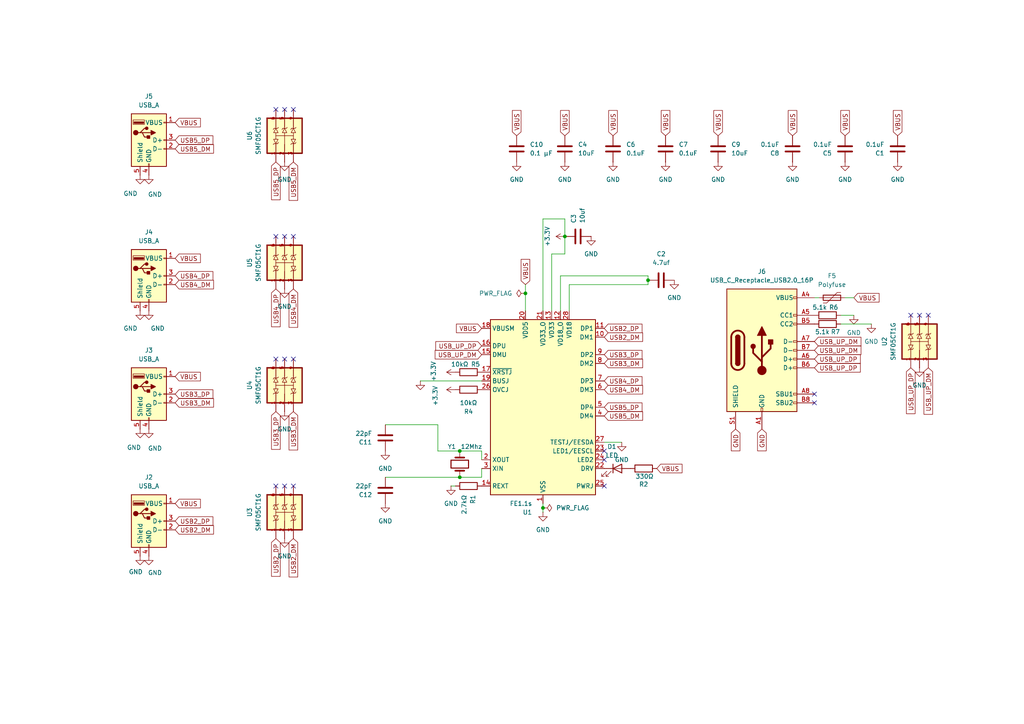
<source format=kicad_sch>
(kicad_sch (version 20250114) (generator "eeschema") (generator_version "9.0")
  (paper "A4")
  (lib_symbols
    (symbol "Connector:USB_A" (pin_names (offset 1.016))
      (property "Reference" "J" (at -5.08 11.43 0))
      (property "Value" "USB_A" (at -5.08 8.89 0))
      (symbol "USB_A_0_1"
        (rectangle (start -5.08 -7.62) (end 5.08 7.62) (stroke (width 0.254)) (fill (type background)))
        (circle (center -3.81 2.159) (radius 0.635) (stroke (width 0.254)) (fill (type outline)))
        (polyline (pts (xy -3.175 2.159) (xy -2.54 2.159) (xy -1.27 3.429) (xy -0.635 3.429)) (stroke (width 0.254)))
        (polyline (pts (xy -2.54 2.159) (xy -1.905 2.159) (xy -1.27 0.889) (xy 0 0.889)) (stroke (width 0.254)))
        (rectangle (start -1.524 4.826) (end -4.318 5.334) (fill (type outline)))
        (rectangle (start -1.27 4.572) (end -4.572 5.842))
        (circle (center -0.635 3.429) (radius 0.381) (stroke (width 0.254)) (fill (type outline)))
        (rectangle (start -0.127 -7.62) (end 0.127 -6.858))
        (rectangle (start 0.254 1.27) (end -0.508 0.508) (stroke (width 0.254)) (fill (type outline)))
        (polyline (pts (xy 0.635 2.794) (xy 0.635 1.524) (xy 1.905 2.159) (xy 0.635 2.794)) (stroke (width 0.254)) (fill (type outline)))
        (rectangle (start 5.08 4.953) (end 4.318 5.207))
        (rectangle (start 5.08 -0.127) (end 4.318 0.127))
        (rectangle (start 5.08 -2.667) (end 4.318 -2.413))
      )
      (symbol "USB_A_1_1"
        (polyline (pts (xy -1.905 2.159) (xy 0.635 2.159)) (stroke (width 0.254)))
        (pin passive line (at -2.54 -10.16 90) (length 2.54) (name "Shield") (number "5"))
        (pin power_in line (at 0 -10.16 90) (length 2.54) (name "GND") (number "4"))
        (pin power_in line (at 7.62 5.08 180) (length 2.54) (name "VBUS") (number "1"))
        (pin bidirectional line (at 7.62 0 180) (length 2.54) (name "D+") (number "3"))
        (pin bidirectional line (at 7.62 -2.54 180) (length 2.54) (name "D-") (number "2"))
      )
    )
    (symbol "Connector:USB_C_Receptacle_USB2.0_16P" (pin_names (offset 1.016))
      (property "Reference" "J" (at 0 22.225 0))
      (property "Value" "USB_C_Receptacle_USB2.0_16P" (at 0 19.685 0))
      (symbol "USB_C_Receptacle_USB2.0_16P_0_0"
        (rectangle (start -0.254 -17.78) (end 0.254 -16.764))
        (rectangle (start 10.16 15.494) (end 9.144 14.986))
        (rectangle (start 10.16 10.414) (end 9.144 9.906))
        (rectangle (start 10.16 7.874) (end 9.144 7.366))
        (rectangle (start 10.16 2.794) (end 9.144 2.286))
        (rectangle (start 10.16 0.254) (end 9.144 -0.254))
        (rectangle (start 10.16 -2.286) (end 9.144 -2.794))
        (rectangle (start 10.16 -4.826) (end 9.144 -5.334))
        (rectangle (start 10.16 -12.446) (end 9.144 -12.954))
        (rectangle (start 10.16 -14.986) (end 9.144 -15.494))
      )
      (symbol "USB_C_Receptacle_USB2.0_16P_0_1"
        (rectangle (start -10.16 17.78) (end 10.16 -17.78) (stroke (width 0.254)) (fill (type background)))
        (polyline (pts (xy -8.89 -3.81) (xy -8.89 3.81)) (stroke (width 0.508)))
        (rectangle (start -7.62 -3.81) (end -6.35 3.81) (stroke (width 0.254)) (fill (type outline)))
        (arc (start -7.62 3.81) (mid -6.985 4.4423) (end -6.35 3.81) (stroke (width 0.254)))
        (arc (start -7.62 3.81) (mid -6.985 4.4423) (end -6.35 3.81) (stroke (width 0.254)) (fill (type outline)))
        (arc (start -8.89 3.81) (mid -6.985 5.7067) (end -5.08 3.81) (stroke (width 0.508)))
        (arc (start -5.08 -3.81) (mid -6.985 -5.7067) (end -8.89 -3.81) (stroke (width 0.508)))
        (arc (start -6.35 -3.81) (mid -6.985 -4.4423) (end -7.62 -3.81) (stroke (width 0.254)))
        (arc (start -6.35 -3.81) (mid -6.985 -4.4423) (end -7.62 -3.81) (stroke (width 0.254)) (fill (type outline)))
        (polyline (pts (xy -5.08 3.81) (xy -5.08 -3.81)) (stroke (width 0.508)))
        (circle (center -2.54 1.143) (radius 0.635) (stroke (width 0.254)) (fill (type outline)))
        (polyline (pts (xy -1.27 4.318) (xy 0 6.858) (xy 1.27 4.318) (xy -1.27 4.318)) (stroke (width 0.254)) (fill (type outline)))
        (polyline (pts (xy 0 -2.032) (xy 2.54 0.508) (xy 2.54 1.778)) (stroke (width 0.508)))
        (polyline (pts (xy 0 -3.302) (xy -2.54 -0.762) (xy -2.54 0.508)) (stroke (width 0.508)))
        (polyline (pts (xy 0 -5.842) (xy 0 4.318)) (stroke (width 0.508)))
        (circle (center 0 -5.842) (radius 1.27) (fill (type outline)))
        (rectangle (start 1.905 1.778) (end 3.175 3.048) (stroke (width 0.254)) (fill (type outline)))
      )
      (symbol "USB_C_Receptacle_USB2.0_16P_1_1"
        (pin passive line (at -7.62 -22.86 90) (length 5.08) (name "SHIELD") (number "S1"))
        (pin passive line (at 0 -22.86 90) (length 5.08) (name "GND") (number "A1"))
        (pin passive line (at 0 -22.86 90) (length 5.08) (hide yes) (name "GND") (number "A12"))
        (pin passive line (at 0 -22.86 90) (length 5.08) (hide yes) (name "GND") (number "B1"))
        (pin passive line (at 0 -22.86 90) (length 5.08) (hide yes) (name "GND") (number "B12"))
        (pin passive line (at 15.24 15.24 180) (length 5.08) (name "VBUS") (number "A4"))
        (pin passive line (at 15.24 15.24 180) (length 5.08) (hide yes) (name "VBUS") (number "A9"))
        (pin passive line (at 15.24 15.24 180) (length 5.08) (hide yes) (name "VBUS") (number "B4"))
        (pin passive line (at 15.24 15.24 180) (length 5.08) (hide yes) (name "VBUS") (number "B9"))
        (pin bidirectional line (at 15.24 10.16 180) (length 5.08) (name "CC1") (number "A5"))
        (pin bidirectional line (at 15.24 7.62 180) (length 5.08) (name "CC2") (number "B5"))
        (pin bidirectional line (at 15.24 2.54 180) (length 5.08) (name "D-") (number "A7"))
        (pin bidirectional line (at 15.24 0 180) (length 5.08) (name "D-") (number "B7"))
        (pin bidirectional line (at 15.24 -2.54 180) (length 5.08) (name "D+") (number "A6"))
        (pin bidirectional line (at 15.24 -5.08 180) (length 5.08) (name "D+") (number "B6"))
        (pin bidirectional line (at 15.24 -12.7 180) (length 5.08) (name "SBU1") (number "A8"))
        (pin bidirectional line (at 15.24 -15.24 180) (length 5.08) (name "SBU2") (number "B8"))
      )
    )
    (symbol "Device:C" (pin_numbers (hide yes)) (pin_names (offset 0.254))
      (property "Reference" "C" (at 0.635 2.54 0))
      (property "Value" "C" (at 0.635 -2.54 0))
      (symbol "C_0_1"
        (polyline (pts (xy -2.032 0.762) (xy 2.032 0.762)) (stroke (width 0.508)))
        (polyline (pts (xy -2.032 -0.762) (xy 2.032 -0.762)) (stroke (width 0.508)))
      )
      (symbol "C_1_1"
        (pin passive line (at 0 3.81 270) (length 2.794) (name "~") (number "1"))
        (pin passive line (at 0 -3.81 90) (length 2.794) (name "~") (number "2"))
      )
    )
    (symbol "Device:Crystal" (pin_numbers (hide yes)) (pin_names (offset 1.016) (hide yes))
      (property "Reference" "Y" (at 0 3.81 0))
      (property "Value" "Crystal" (at 0 -3.81 0))
      (symbol "Crystal_0_1"
        (polyline (pts (xy -2.54 0) (xy -1.905 0)))
        (polyline (pts (xy -1.905 -1.27) (xy -1.905 1.27)) (stroke (width 0.508)))
        (rectangle (start -1.143 2.54) (end 1.143 -2.54) (stroke (width 0.3048)))
        (polyline (pts (xy 1.905 -1.27) (xy 1.905 1.27)) (stroke (width 0.508)))
        (polyline (pts (xy 2.54 0) (xy 1.905 0)))
      )
      (symbol "Crystal_1_1"
        (pin passive line (at -3.81 0 0) (length 1.27) (name "1") (number "1"))
        (pin passive line (at 3.81 0 180) (length 1.27) (name "2") (number "2"))
      )
    )
    (symbol "Device:LED" (pin_numbers (hide yes)) (pin_names (offset 1.016) (hide yes))
      (property "Reference" "D" (at 0 2.54 0))
      (property "Value" "LED" (at 0 -2.54 0))
      (symbol "LED_0_1"
        (polyline (pts (xy -3.048 -0.762) (xy -4.572 -2.286) (xy -3.81 -2.286) (xy -4.572 -2.286) (xy -4.572 -1.524)))
        (polyline (pts (xy -1.778 -0.762) (xy -3.302 -2.286) (xy -2.54 -2.286) (xy -3.302 -2.286) (xy -3.302 -1.524)))
        (polyline (pts (xy -1.27 0) (xy 1.27 0)))
        (polyline (pts (xy -1.27 -1.27) (xy -1.27 1.27)) (stroke (width 0.254)))
        (polyline (pts (xy 1.27 -1.27) (xy 1.27 1.27) (xy -1.27 0) (xy 1.27 -1.27)) (stroke (width 0.254)))
      )
      (symbol "LED_1_1"
        (pin passive line (at -3.81 0 0) (length 2.54) (name "K") (number "1"))
        (pin passive line (at 3.81 0 180) (length 2.54) (name "A") (number "2"))
      )
    )
    (symbol "Device:Polyfuse" (pin_numbers (hide yes)) (pin_names (offset 0))
      (property "Reference" "F" (at -2.54 0 90))
      (property "Value" "Polyfuse" (at 2.54 0 90))
      (symbol "Polyfuse_0_1"
        (polyline (pts (xy -1.524 2.54) (xy -1.524 1.524) (xy 1.524 -1.524) (xy 1.524 -2.54)))
        (rectangle (start -0.762 2.54) (end 0.762 -2.54) (stroke (width 0.254)))
        (polyline (pts (xy 0 2.54) (xy 0 -2.54)))
      )
      (symbol "Polyfuse_1_1"
        (pin passive line (at 0 3.81 270) (length 1.27) (name "~") (number "1"))
        (pin passive line (at 0 -3.81 90) (length 1.27) (name "~") (number "2"))
      )
    )
    (symbol "Device:R" (pin_numbers (hide yes)) (pin_names (offset 0))
      (property "Reference" "R" (at 2.032 0 90))
      (property "Value" "R" (at 0 0 90))
      (symbol "R_0_1"
        (rectangle (start -1.016 -2.54) (end 1.016 2.54) (stroke (width 0.254)))
      )
      (symbol "R_1_1"
        (pin passive line (at 0 3.81 270) (length 1.27) (name "~") (number "1"))
        (pin passive line (at 0 -3.81 90) (length 1.27) (name "~") (number "2"))
      )
    )
    (symbol "Interface_USB:FE1.1s"
      (property "Reference" "U" (at -11.43 26.67 0))
      (property "Value" "FE1.1s" (at 12.7 27.94 0))
      (symbol "FE1.1s_0_1"
        (rectangle (start -15.24 25.4) (end 15.24 -25.4) (stroke (width 0.254)) (fill (type background)))
      )
      (symbol "FE1.1s_1_1"
        (pin input line (at -17.78 22.86 0) (length 2.54) (name "VBUSM") (number "18"))
        (pin bidirectional line (at -17.78 17.78 0) (length 2.54) (name "DPU") (number "16"))
        (pin bidirectional line (at -17.78 15.24 0) (length 2.54) (name "DMU") (number "15"))
        (pin input line (at -17.78 10.16 0) (length 2.54) (name "~{XRSTJ}") (number "17"))
        (pin input line (at -17.78 7.62 0) (length 2.54) (name "BUSJ") (number "19"))
        (pin input line (at -17.78 5.08 0) (length 2.54) (name "OVCJ") (number "26"))
        (pin output line (at -17.78 -15.24 0) (length 2.54) (name "XOUT") (number "2"))
        (pin input line (at -17.78 -17.78 0) (length 2.54) (name "XIN") (number "3"))
        (pin passive line (at -17.78 -22.86 0) (length 2.54) (name "REXT") (number "14"))
        (pin power_in line (at -5.08 27.94 270) (length 2.54) (name "VDD5") (number "20"))
        (pin power_out line (at 0 27.94 270) (length 2.54) (name "VD33_O") (number "21"))
        (pin power_in line (at 0 -27.94 90) (length 2.54) (name "VSS") (number "1"))
        (pin power_in line (at 2.54 27.94 270) (length 2.54) (name "VD33") (number "13"))
        (pin power_out line (at 5.08 27.94 270) (length 2.54) (name "VD18_O") (number "12"))
        (pin power_in line (at 7.62 27.94 270) (length 2.54) (name "VD18") (number "28"))
        (pin bidirectional line (at 17.78 22.86 180) (length 2.54) (name "DP1") (number "11"))
        (pin bidirectional line (at 17.78 20.32 180) (length 2.54) (name "DM1") (number "10"))
        (pin bidirectional line (at 17.78 15.24 180) (length 2.54) (name "DP2") (number "9"))
        (pin bidirectional line (at 17.78 12.7 180) (length 2.54) (name "DM2") (number "8"))
        (pin bidirectional line (at 17.78 7.62 180) (length 2.54) (name "DP3") (number "7"))
        (pin bidirectional line (at 17.78 5.08 180) (length 2.54) (name "DM3") (number "6"))
        (pin bidirectional line (at 17.78 0 180) (length 2.54) (name "DP4") (number "5"))
        (pin bidirectional line (at 17.78 -2.54 180) (length 2.54) (name "DM4") (number "4"))
        (pin bidirectional line (at 17.78 -10.16 180) (length 2.54) (name "TESTJ/EESDA") (number "27"))
        (pin bidirectional line (at 17.78 -12.7 180) (length 2.54) (name "LED1/EESCL") (number "23"))
        (pin bidirectional line (at 17.78 -15.24 180) (length 2.54) (name "LED2") (number "24"))
        (pin bidirectional line (at 17.78 -17.78 180) (length 2.54) (name "DRV") (number "22"))
        (pin output line (at 17.78 -22.86 180) (length 2.54) (name "PWRJ") (number "25"))
      )
    )
    (symbol "SMF05C:SMF05CT1G" (pin_names (offset 1.016))
      (property "Reference" "U" (at -5.1114 6.0907 0))
      (property "Value" "SMF05CT1G" (at -5.1118 -9.0963 0))
      (symbol "SMF05CT1G_0_0"
        (rectangle (start -5.08 -5.08) (end 5.08 5.08) (stroke (width 0.41)) (fill (type background)))
        (polyline (pts (xy -2.54 3.302) (xy -2.286 3.048)) (stroke (width 0.1524)))
        (polyline (pts (xy -2.54 -1.778) (xy -2.286 -2.032)) (stroke (width 0.1524)))
        (polyline (pts (xy -2.286 3.048) (xy -2.286 2.54)) (stroke (width 0.1524)))
        (polyline (pts (xy -2.286 2.54) (xy -2.54 2.54)) (stroke (width 0.1524)))
        (polyline (pts (xy -2.286 2.54) (xy -2.286 2.032)) (stroke (width 0.1524)))
        (polyline (pts (xy -2.286 2.54) (xy -1.016 1.905)) (stroke (width 0.1524)))
        (polyline (pts (xy -2.286 2.032) (xy -1.905 1.778)) (stroke (width 0.1524)))
        (polyline (pts (xy -2.286 -2.032) (xy -2.286 -2.54)) (stroke (width 0.1524)))
        (polyline (pts (xy -2.286 -2.54) (xy -2.54 -2.54)) (stroke (width 0.1524)))
        (polyline (pts (xy -2.286 -2.54) (xy -2.286 -3.048)) (stroke (width 0.1524)))
        (polyline (pts (xy -2.286 -2.54) (xy -1.016 -3.175)) (stroke (width 0.1524)))
        (polyline (pts (xy -2.286 -3.048) (xy -1.905 -3.302)) (stroke (width 0.1524)))
        (polyline (pts (xy -1.016 3.175) (xy -2.286 2.54)) (stroke (width 0.1524)))
        (polyline (pts (xy -1.016 2.54) (xy -1.016 3.175)) (stroke (width 0.1524)))
        (polyline (pts (xy -1.016 2.54) (xy 0 2.54)) (stroke (width 0.1524)))
        (polyline (pts (xy -1.016 1.905) (xy -1.016 2.54)) (stroke (width 0.1524)))
        (polyline (pts (xy -1.016 -1.905) (xy -2.286 -2.54)) (stroke (width 0.1524)))
        (polyline (pts (xy -1.016 -2.54) (xy -1.016 -1.905)) (stroke (width 0.1524)))
        (polyline (pts (xy -1.016 -2.54) (xy 0 -2.54)) (stroke (width 0.1524)))
        (polyline (pts (xy -1.016 -3.175) (xy -1.016 -2.54)) (stroke (width 0.1524)))
        (polyline (pts (xy 0 2.54) (xy 0 0)) (stroke (width 0.1524)))
        (polyline (pts (xy 0 2.54) (xy 0.762 2.54)) (stroke (width 0.1524)))
        (polyline (pts (xy 0 0) (xy -2.54 0)) (stroke (width 0.1524)))
        (polyline (pts (xy 0 0) (xy 0 -2.54)) (stroke (width 0.1524)))
        (polyline (pts (xy 0 -2.54) (xy 0.762 -2.54)) (stroke (width 0.1524)))
        (polyline (pts (xy 0.762 0) (xy 0 0)) (stroke (width 0.1524)))
        (polyline (pts (xy 0.889 3.175) (xy 0.889 1.905)) (stroke (width 0.1524)))
        (polyline (pts (xy 0.889 1.905) (xy 2.159 2.54)) (stroke (width 0.1524)))
        (polyline (pts (xy 0.889 0.635) (xy 0.889 -0.635)) (stroke (width 0.1524)))
        (polyline (pts (xy 0.889 -0.635) (xy 2.159 0)) (stroke (width 0.1524)))
        (polyline (pts (xy 0.889 -1.905) (xy 0.889 -3.175)) (stroke (width 0.1524)))
        (polyline (pts (xy 0.889 -3.175) (xy 2.159 -2.54)) (stroke (width 0.1524)))
        (polyline (pts (xy 2.032 2.54) (xy 2.54 2.54)) (stroke (width 0.1524)))
        (polyline (pts (xy 2.032 -2.54) (xy 2.54 -2.54)) (stroke (width 0.1524)))
        (polyline (pts (xy 2.159 3.048) (xy 1.778 3.302)) (stroke (width 0.1524)))
        (polyline (pts (xy 2.159 2.54) (xy 0.889 3.175)) (stroke (width 0.1524)))
        (polyline (pts (xy 2.159 2.032) (xy 2.159 3.048)) (stroke (width 0.1524)))
        (polyline (pts (xy 2.159 0.508) (xy 1.778 0.762)) (stroke (width 0.1524)))
        (polyline (pts (xy 2.159 0) (xy 0.889 0.635)) (stroke (width 0.1524)))
        (polyline (pts (xy 2.159 -0.508) (xy 2.159 0.508)) (stroke (width 0.1524)))
        (polyline (pts (xy 2.159 -2.032) (xy 1.778 -1.778)) (stroke (width 0.1524)))
        (polyline (pts (xy 2.159 -2.54) (xy 0.889 -1.905)) (stroke (width 0.1524)))
        (polyline (pts (xy 2.159 -3.048) (xy 2.159 -2.032)) (stroke (width 0.1524)))
        (polyline (pts (xy 2.286 0) (xy 2.54 0)) (stroke (width 0.1524)))
        (polyline (pts (xy 2.413 1.778) (xy 2.159 2.032)) (stroke (width 0.1524)))
        (polyline (pts (xy 2.413 -0.762) (xy 2.159 -0.508)) (stroke (width 0.1524)))
        (polyline (pts (xy 2.413 -3.302) (xy 2.159 -3.048)) (stroke (width 0.1524)))
        (pin passive line (at -7.62 2.54 0) (length 5.08) (name "~") (number "1"))
        (pin passive line (at -7.62 0 0) (length 5.08) (name "~") (number "2"))
        (pin passive line (at -7.62 -2.54 0) (length 5.08) (name "~") (number "3"))
        (pin passive line (at 7.62 2.54 180) (length 5.08) (name "~") (number "6"))
        (pin passive line (at 7.62 0 180) (length 5.08) (name "~") (number "5"))
        (pin passive line (at 7.62 -2.54 180) (length 5.08) (name "~") (number "4"))
      )
    )
    (symbol "power:+3.3V" (power) (pin_numbers (hide yes)) (pin_names (offset 0) (hide yes))
      (property "Value" "+3.3V" (at 0 3.556 0))
      (symbol "+3.3V_0_1"
        (polyline (pts (xy -0.762 1.27) (xy 0 2.54)))
        (polyline (pts (xy 0 2.54) (xy 0.762 1.27)))
        (polyline (pts (xy 0 0) (xy 0 2.54)))
      )
      (symbol "+3.3V_1_1"
        (pin power_in line (at 0 0 90) (length 0) (name "~") (number "1"))
      )
    )
    (symbol "power:GND" (power) (pin_numbers (hide yes)) (pin_names (offset 0) (hide yes))
      (property "Value" "GND" (at 0 -3.81 0))
      (symbol "GND_0_1"
        (polyline (pts (xy 0 0) (xy 0 -1.27) (xy 1.27 -1.27) (xy 0 -2.54) (xy -1.27 -1.27) (xy 0 -1.27)))
      )
      (symbol "GND_1_1"
        (pin power_in line (at 0 0 270) (length 0) (name "~") (number "1"))
      )
    )
    (symbol "power:PWR_FLAG" (power) (pin_numbers (hide yes)) (pin_names (offset 0) (hide yes))
      (property "Value" "PWR_FLAG" (at 0 3.81 0))
      (symbol "PWR_FLAG_0_0"
        (pin power_out line (at 0 0 90) (length 0) (name "~") (number "1"))
      )
      (symbol "PWR_FLAG_0_1"
        (polyline (pts (xy 0 0) (xy 0 1.27) (xy -1.016 1.905) (xy 0 2.54) (xy 1.016 1.905) (xy 0 1.27)))
      )
    )
  )
  (junction (at 133.35 138.43))
  (junction (at 152.4 85.09))
  (junction (at 187.96 81.28))
  (junction (at 163.83 68.58))
  (junction (at 157.48 147.32))
  (junction (at 133.35 130.81))
  (no_connect (at 175.26 130.81))
  (no_connect (at 266.7 91.44))
  (no_connect (at 82.55 31.75))
  (no_connect (at 82.55 68.58))
  (no_connect (at 236.22 114.3))
  (no_connect (at 175.26 133.35))
  (no_connect (at 175.26 140.97))
  (no_connect (at 80.01 31.75))
  (no_connect (at 236.22 116.84))
  (no_connect (at 85.09 31.75))
  (no_connect (at 269.24 91.44))
  (no_connect (at 85.09 104.14))
  (no_connect (at 85.09 140.97))
  (no_connect (at 80.01 104.14))
  (no_connect (at 82.55 140.97))
  (no_connect (at 264.16 91.44))
  (no_connect (at 80.01 140.97))
  (no_connect (at 80.01 68.58))
  (no_connect (at 82.55 104.14))
  (no_connect (at 85.09 68.58))
  (wire (pts (xy 187.96 82.55) (xy 165.1 82.55)))
  (wire (pts (xy 111.76 123.19) (xy 127 123.19)))
  (wire (pts (xy 162.56 80.01) (xy 187.96 80.01)))
  (wire (pts (xy 139.7 135.89) (xy 139.7 138.43)))
  (wire (pts (xy 139.7 130.81) (xy 133.35 130.81)))
  (wire (pts (xy 243.84 91.44) (xy 247.65 91.44)))
  (wire (pts (xy 157.48 90.17) (xy 157.48 63.5)))
  (wire (pts (xy 152.4 82.55) (xy 152.4 85.09)))
  (wire (pts (xy 175.26 128.27) (xy 180.34 128.27)))
  (wire (pts (xy 152.4 85.09) (xy 152.4 90.17)))
  (wire (pts (xy 162.56 90.17) (xy 162.56 80.01)))
  (wire (pts (xy 163.83 68.58) (xy 163.83 73.66)))
  (wire (pts (xy 165.1 82.55) (xy 165.1 90.17)))
  (wire (pts (xy 163.83 63.5) (xy 163.83 68.58)))
  (wire (pts (xy 160.02 73.66) (xy 160.02 90.17)))
  (wire (pts (xy 157.48 147.32) (xy 157.48 146.05)))
  (wire (pts (xy 121.92 110.49) (xy 139.7 110.49)))
  (wire (pts (xy 187.96 80.01) (xy 187.96 81.28)))
  (wire (pts (xy 111.76 138.43) (xy 133.35 138.43)))
  (wire (pts (xy 243.84 93.98) (xy 252.73 93.98)))
  (wire (pts (xy 139.7 133.35) (xy 139.7 130.81)))
  (wire (pts (xy 130.81 140.97) (xy 132.08 140.97)))
  (wire (pts (xy 187.96 81.28) (xy 187.96 82.55)))
  (wire (pts (xy 127 123.19) (xy 127 130.81)))
  (wire (pts (xy 157.48 63.5) (xy 163.83 63.5)))
  (wire (pts (xy 157.48 148.59) (xy 157.48 147.32)))
  (wire (pts (xy 247.65 86.36) (xy 245.11 86.36)))
  (wire (pts (xy 237.49 86.36) (xy 236.22 86.36)))
  (wire (pts (xy 163.83 73.66) (xy 160.02 73.66)))
  (wire (pts (xy 139.7 138.43) (xy 133.35 138.43)))
  (wire (pts (xy 127 130.81) (xy 133.35 130.81)))
  (global_label "VBUS" (shape input) (at 50.8 74.93 0) (property "Intersheetrefs" "${INTERSHEET_REFS}" (effects (hide yes))))
  (global_label "VBUS" (shape input) (at 245.11 39.37 90) (property "Intersheetrefs" "${INTERSHEET_REFS}" (effects (hide yes))))
  (global_label "USB4_DP" (shape input) (at 50.8 80.01 0) (property "Intersheetrefs" "${INTERSHEET_REFS}" (effects (hide yes))))
  (global_label "USB2_DM" (shape input) (at 175.26 97.79 0) (property "Intersheetrefs" "${INTERSHEET_REFS}" (effects (hide yes))))
  (global_label "USB_UP_DP" (shape input) (at 236.22 106.68 0) (property "Intersheetrefs" "${INTERSHEET_REFS}" (effects (hide yes))))
  (global_label "USB3_DP" (shape input) (at 80.01 119.38 270) (property "Intersheetrefs" "${INTERSHEET_REFS}" (effects (hide yes))))
  (global_label "USB3_DP" (shape input) (at 175.26 102.87 0) (property "Intersheetrefs" "${INTERSHEET_REFS}" (effects (hide yes))))
  (global_label "USB2_DP" (shape input) (at 80.01 156.21 270) (property "Intersheetrefs" "${INTERSHEET_REFS}" (effects (hide yes))))
  (global_label "USB4_DP" (shape input) (at 175.26 110.49 0) (property "Intersheetrefs" "${INTERSHEET_REFS}" (effects (hide yes))))
  (global_label "VBUS" (shape input) (at 163.83 39.37 90) (property "Intersheetrefs" "${INTERSHEET_REFS}" (effects (hide yes))))
  (global_label "USB3_DM" (shape input) (at 50.8 116.84 0) (property "Intersheetrefs" "${INTERSHEET_REFS}" (effects (hide yes))))
  (global_label "USB3_DM" (shape input) (at 175.26 105.41 0) (property "Intersheetrefs" "${INTERSHEET_REFS}" (effects (hide yes))))
  (global_label "GND" (shape input) (at 213.36 124.46 270) (property "Intersheetrefs" "${INTERSHEET_REFS}" (effects (hide yes))))
  (global_label "USB4_DM" (shape input) (at 50.8 82.55 0) (property "Intersheetrefs" "${INTERSHEET_REFS}" (effects (hide yes))))
  (global_label "USB5_DM" (shape input) (at 50.8 43.18 0) (property "Intersheetrefs" "${INTERSHEET_REFS}" (effects (hide yes))))
  (global_label "USB_UP_DM" (shape input) (at 269.24 106.68 270) (property "Intersheetrefs" "${INTERSHEET_REFS}" (effects (hide yes))))
  (global_label "VBUS" (shape input) (at 193.04 39.37 90) (property "Intersheetrefs" "${INTERSHEET_REFS}" (effects (hide yes))))
  (global_label "VBUS" (shape input) (at 50.8 146.05 0) (property "Intersheetrefs" "${INTERSHEET_REFS}" (effects (hide yes))))
  (global_label "USB_UP_DP" (shape input) (at 139.7 100.33 180) (property "Intersheetrefs" "${INTERSHEET_REFS}" (effects (hide yes))))
  (global_label "VBUS" (shape input) (at 260.35 39.37 90) (property "Intersheetrefs" "${INTERSHEET_REFS}" (effects (hide yes))))
  (global_label "GND" (shape input) (at 220.98 124.46 270) (property "Intersheetrefs" "${INTERSHEET_REFS}" (effects (hide yes))))
  (global_label "VBUS" (shape input) (at 229.87 39.37 90) (property "Intersheetrefs" "${INTERSHEET_REFS}" (effects (hide yes))))
  (global_label "VBUS" (shape input) (at 190.5 135.89 0) (property "Intersheetrefs" "${INTERSHEET_REFS}" (effects (hide yes))))
  (global_label "USB2_DM" (shape input) (at 50.8 153.67 0) (property "Intersheetrefs" "${INTERSHEET_REFS}" (effects (hide yes))))
  (global_label "VBUS" (shape input) (at 208.28 39.37 90) (property "Intersheetrefs" "${INTERSHEET_REFS}" (effects (hide yes))))
  (global_label "VBUS" (shape input) (at 177.8 39.37 90) (property "Intersheetrefs" "${INTERSHEET_REFS}" (effects (hide yes))))
  (global_label "VBUS" (shape input) (at 50.8 109.22 0) (property "Intersheetrefs" "${INTERSHEET_REFS}" (effects (hide yes))))
  (global_label "USB5_DP" (shape input) (at 175.26 118.11 0) (property "Intersheetrefs" "${INTERSHEET_REFS}" (effects (hide yes))))
  (global_label "VBUS" (shape input) (at 152.4 82.55 90) (property "Intersheetrefs" "${INTERSHEET_REFS}" (effects (hide yes))))
  (global_label "USB3_DP" (shape input) (at 50.8 114.3 0) (property "Intersheetrefs" "${INTERSHEET_REFS}" (effects (hide yes))))
  (global_label "USB_UP_DP" (shape input) (at 236.22 104.14 0) (property "Intersheetrefs" "${INTERSHEET_REFS}" (effects (hide yes))))
  (global_label "USB2_DP" (shape input) (at 175.26 95.25 0) (property "Intersheetrefs" "${INTERSHEET_REFS}" (effects (hide yes))))
  (global_label "USB4_DM" (shape input) (at 175.26 113.03 0) (property "Intersheetrefs" "${INTERSHEET_REFS}" (effects (hide yes))))
  (global_label "USB4_DM" (shape input) (at 85.09 83.82 270) (property "Intersheetrefs" "${INTERSHEET_REFS}" (effects (hide yes))))
  (global_label "USB_UP_DM" (shape input) (at 236.22 101.6 0) (property "Intersheetrefs" "${INTERSHEET_REFS}" (effects (hide yes))))
  (global_label "USB_UP_DM" (shape input) (at 139.7 102.87 180) (property "Intersheetrefs" "${INTERSHEET_REFS}" (effects (hide yes))))
  (global_label "VBUS" (shape input) (at 50.8 35.56 0) (property "Intersheetrefs" "${INTERSHEET_REFS}" (effects (hide yes))))
  (global_label "USB5_DM" (shape input) (at 85.09 46.99 270) (property "Intersheetrefs" "${INTERSHEET_REFS}" (effects (hide yes))))
  (global_label "USB_UP_DM" (shape input) (at 236.22 99.06 0) (property "Intersheetrefs" "${INTERSHEET_REFS}" (effects (hide yes))))
  (global_label "USB5_DP" (shape input) (at 50.8 40.64 0) (property "Intersheetrefs" "${INTERSHEET_REFS}" (effects (hide yes))))
  (global_label "USB3_DM" (shape input) (at 85.09 119.38 270) (property "Intersheetrefs" "${INTERSHEET_REFS}" (effects (hide yes))))
  (global_label "VBUS" (shape input) (at 247.65 86.36 0) (property "Intersheetrefs" "${INTERSHEET_REFS}" (effects (hide yes))))
  (global_label "USB2_DM" (shape input) (at 85.09 156.21 270) (property "Intersheetrefs" "${INTERSHEET_REFS}" (effects (hide yes))))
  (global_label "USB5_DP" (shape input) (at 80.01 46.99 270) (property "Intersheetrefs" "${INTERSHEET_REFS}" (effects (hide yes))))
  (global_label "USB5_DM" (shape input) (at 175.26 120.65 0) (property "Intersheetrefs" "${INTERSHEET_REFS}" (effects (hide yes))))
  (global_label "USB4_DP" (shape input) (at 80.01 83.82 270) (property "Intersheetrefs" "${INTERSHEET_REFS}" (effects (hide yes))))
  (global_label "VBUS" (shape input) (at 139.7 95.25 180) (property "Intersheetrefs" "${INTERSHEET_REFS}" (effects (hide yes))))
  (global_label "VBUS" (shape input) (at 149.86 39.37 90) (property "Intersheetrefs" "${INTERSHEET_REFS}" (effects (hide yes))))
  (global_label "USB_UP_DP" (shape input) (at 264.16 106.68 270) (property "Intersheetrefs" "${INTERSHEET_REFS}" (effects (hide yes))))
  (global_label "USB2_DP" (shape input) (at 50.8 151.13 0) (property "Intersheetrefs" "${INTERSHEET_REFS}" (effects (hide yes))))
  (symbol (lib_id "Device:LED") (at 179.07 135.89 0) (unit 1)
    (property "Reference" "D1" (at 177.4825 129.54 0))
    (property "Value" "LED" (at 177.4825 132.08 0))
    (property "Footprint" "LED_SMD:LED_1206_3216Metric" (effects (hide yes)))
    (property "Description" "Light emitting diode" (effects (hide yes)))
    (property "Sim.Pins" "1=K 2=A" (effects (hide yes)))
  )
  (symbol (lib_id "power:GND") (at 252.73 93.98 0) (unit 1)
    (property "Reference" "#PWR022" (effects (hide yes)))
    (property "Value" "GND" (at 252.73 99.06 0))
    (property "Description" "Power symbol creates a global label with name \"GND\" , ground" (effects (hide yes)))
  )
  (symbol (lib_id "power:GND") (at 130.81 140.97 0) (unit 1)
    (property "Reference" "#PWR06" (effects (hide yes)))
    (property "Value" "GND" (at 130.81 146.05 0))
    (property "Description" "Power symbol creates a global label with name \"GND\" , ground" (effects (hide yes)))
  )
  (symbol (lib_id "SMF05C:SMF05CT1G") (at 82.55 76.2 90) (unit 1)
    (property "Reference" "U5" (at 72.39 76.2 0))
    (property "Value" "SMF05CT1G" (at 74.93 76.2 0))
    (property "Footprint" "diode_maybe:SOT65P210X110-6N" (effects (hide yes)))
    (property "MF" "ON Semiconductor" (effects (hide yes)))
    (property "DESCRIPTION" "SMF05C Series 7.2 V 100 W 5-Line Transient Voltage Suppressor Array - SC-88" (effects (hide yes)))
    (property "PACKAGE" "SOT-363 ON Semiconductor" (effects (hide yes)))
    (property "PRICE" "None" (effects (hide yes)))
    (property "Package" "SC-88-6 ON Semiconductor" (effects (hide yes)))
    (property "Check_prices" "https://www.snapeda.com/parts/SMF05CT1G/Onsemi/view-part/?ref=eda" (effects (hide yes)))
    (property "STANDARD" "IPC7351B" (effects (hide yes)))
    (property "SnapEDA_Link" "https://www.snapeda.com/parts/SMF05CT1G/Onsemi/view-part/?ref=snap" (effects (hide yes)))
    (property "MP" "SMF05CT1G" (effects (hide yes)))
    (property "Description_1" "12.5V Clamp 8A (8/20µs) Ipp Tvs Diode Surface Mount SC-88/SC70-6/SOT-363" (effects (hide yes)))
    (property "Availability" "In Stock" (effects (hide yes)))
    (property "Price" "None" (effects (hide yes)))
    (property "MANUFACTURER" "ON Semiconductor" (effects (hide yes)))
    (property "Sim.Library" "SMF05CT1G/SMF05CT1G.step" (effects (hide yes)))
  )
  (symbol (lib_id "Device:Polyfuse") (at 241.3 86.36 270) (unit 1)
    (property "Reference" "F5" (at 241.3 80.01 90))
    (property "Value" "Polyfuse" (at 241.3 82.55 90))
    (property "Footprint" "Fuse:Fuse_1206_3216Metric" (effects (hide yes)))
    (property "Description" "Resettable fuse, polymeric positive temperature coefficient" (effects (hide yes)))
  )
  (symbol (lib_id "Device:R") (at 240.03 93.98 90) (unit 1)
    (property "Reference" "R7" (at 242.316 96.266 90))
    (property "Value" "5.1k" (at 238.506 96.266 90))
    (property "Footprint" "Resistor_SMD:R_0603_1608Metric" (effects (hide yes)))
    (property "Description" "Resistor" (effects (hide yes)))
  )
  (symbol (lib_id "power:+3.3V") (at 132.08 113.03 90) (unit 1)
    (property "Reference" "#PWR03" (effects (hide yes)))
    (property "Value" "+3.3V" (at 126.238 114.808 0))
    (property "Description" "Power symbol creates a global label with name \"+3.3V\"" (effects (hide yes)))
  )
  (symbol (lib_id "Device:C") (at 208.28 43.18 0) (unit 1)
    (property "Reference" "C9" (at 212.09 41.9099 0) (effects (justify left)))
    (property "Value" "10uF" (at 212.09 44.4499 0) (effects (justify left)))
    (property "Footprint" "Capacitor_SMD:C_0603_1608Metric" (effects (hide yes)))
    (property "Description" "Unpolarized capacitor" (effects (hide yes)))
  )
  (symbol (lib_id "power:GND") (at 195.58 81.28 0) (unit 1)
    (property "Reference" "#PWR011" (effects (hide yes)))
    (property "Value" "GND" (at 195.58 86.36 0))
    (property "Description" "Power symbol creates a global label with name \"GND\" , ground" (effects (hide yes)))
  )
  (symbol (lib_id "Device:C") (at 163.83 43.18 0) (unit 1)
    (property "Reference" "C4" (at 167.64 41.9099 0) (effects (justify left)))
    (property "Value" "10uF" (at 167.64 44.4499 0) (effects (justify left)))
    (property "Footprint" "Capacitor_SMD:C_0805_2012Metric" (effects (hide yes)))
    (property "Description" "Unpolarized capacitor" (effects (hide yes)))
  )
  (symbol (lib_id "Device:R") (at 186.69 135.89 90) (unit 1)
    (property "Reference" "R2" (at 186.69 140.462 90))
    (property "Value" "330Ω" (at 186.944 138.176 90))
    (property "Footprint" "Resistor_SMD:R_0603_1608Metric" (effects (hide yes)))
    (property "Description" "Resistor" (effects (hide yes)))
  )
  (symbol (lib_id "Device:R") (at 135.89 140.97 270) (unit 1)
    (property "Reference" "R1" (at 137.1601 143.51 0) (effects (justify left)))
    (property "Value" "2.7kΩ" (at 134.6201 143.51 0) (effects (justify left)))
    (property "Footprint" "Resistor_SMD:R_0603_1608Metric" (effects (hide yes)))
    (property "Description" "Resistor" (effects (hide yes)))
  )
  (symbol (lib_id "power:GND") (at 121.92 110.49 0) (unit 1)
    (property "Reference" "#PWR035" (effects (hide yes)))
    (property "Value" "GND" (effects (hide yes)))
    (property "Description" "Power symbol creates a global label with name \"GND\" , ground" (effects (hide yes)))
  )
  (symbol (lib_id "power:GND") (at 163.83 46.99 0) (unit 1)
    (property "Reference" "#PWR013" (effects (hide yes)))
    (property "Value" "GND" (at 163.83 52.07 0))
    (property "Description" "Power symbol creates a global label with name \"GND\" , ground" (effects (hide yes)))
  )
  (symbol (lib_id "SMF05C:SMF05CT1G") (at 82.55 111.76 90) (unit 1)
    (property "Reference" "U4" (at 72.39 111.76 0))
    (property "Value" "SMF05CT1G" (at 74.93 111.76 0))
    (property "Footprint" "diode_maybe:SOT65P210X110-6N" (effects (hide yes)))
    (property "MF" "ON Semiconductor" (effects (hide yes)))
    (property "DESCRIPTION" "SMF05C Series 7.2 V 100 W 5-Line Transient Voltage Suppressor Array - SC-88" (effects (hide yes)))
    (property "PACKAGE" "SOT-363 ON Semiconductor" (effects (hide yes)))
    (property "PRICE" "None" (effects (hide yes)))
    (property "Package" "SC-88-6 ON Semiconductor" (effects (hide yes)))
    (property "Check_prices" "https://www.snapeda.com/parts/SMF05CT1G/Onsemi/view-part/?ref=eda" (effects (hide yes)))
    (property "STANDARD" "IPC7351B" (effects (hide yes)))
    (property "SnapEDA_Link" "https://www.snapeda.com/parts/SMF05CT1G/Onsemi/view-part/?ref=snap" (effects (hide yes)))
    (property "MP" "SMF05CT1G" (effects (hide yes)))
    (property "Description_1" "12.5V Clamp 8A (8/20µs) Ipp Tvs Diode Surface Mount SC-88/SC70-6/SOT-363" (effects (hide yes)))
    (property "Availability" "In Stock" (effects (hide yes)))
    (property "Price" "None" (effects (hide yes)))
    (property "MANUFACTURER" "ON Semiconductor" (effects (hide yes)))
  )
  (symbol (lib_id "Connector:USB_A") (at 43.18 114.3 0) (unit 1)
    (property "Reference" "J3" (at 43.18 101.6 0))
    (property "Value" "USB_A" (at 43.18 104.14 0))
    (property "Footprint" "Connector_USB:USB_A_Molex_105057_Vertical" (effects (hide yes)))
    (property "Description" "USB Type A connector" (effects (hide yes)))
  )
  (symbol (lib_id "Device:C") (at 191.77 81.28 90) (unit 1)
    (property "Reference" "C2" (at 191.77 73.66 90))
    (property "Value" "4.7uf" (at 191.77 76.2 90))
    (property "Footprint" "Capacitor_SMD:C_0805_2012Metric" (effects (hide yes)))
    (property "Description" "Unpolarized capacitor" (effects (hide yes)))
  )
  (symbol (lib_id "power:GND") (at 111.76 146.05 0) (unit 1)
    (property "Reference" "#PWR08" (effects (hide yes)))
    (property "Value" "GND" (at 111.76 151.13 0))
    (property "Description" "Power symbol creates a global label with name \"GND\" , ground" (effects (hide yes)))
  )
  (symbol (lib_id "power:GND") (at 82.55 156.21 0) (unit 1)
    (property "Reference" "#PWR023" (effects (hide yes)))
    (property "Value" "GND" (at 82.55 161.29 0))
    (property "Description" "Power symbol creates a global label with name \"GND\" , ground" (effects (hide yes)))
  )
  (symbol (lib_id "power:GND") (at 260.35 46.99 0) (unit 1)
    (property "Reference" "#PWR019" (effects (hide yes)))
    (property "Value" "GND" (at 260.35 52.07 0))
    (property "Description" "Power symbol creates a global label with name \"GND\" , ground" (effects (hide yes)))
  )
  (symbol (lib_id "power:GND") (at 43.18 161.29 0) (unit 1)
    (property "Reference" "#PWR034" (effects (hide yes)))
    (property "Value" "GND" (at 44.958 166.116 0))
    (property "Description" "Power symbol creates a global label with name \"GND\" , ground" (effects (hide yes)))
  )
  (symbol (lib_id "SMF05C:SMF05CT1G") (at 266.7 99.06 90) (unit 1)
    (property "Reference" "U2" (at 256.54 99.06 0))
    (property "Value" "SMF05CT1G" (at 259.08 99.06 0))
    (property "Footprint" "diode_maybe:SOT65P210X110-6N" (effects (hide yes)))
    (property "MF" "ON Semiconductor" (effects (hide yes)))
    (property "DESCRIPTION" "SMF05C Series 7.2 V 100 W 5-Line Transient Voltage Suppressor Array - SC-88" (effects (hide yes)))
    (property "PACKAGE" "SOT-363 ON Semiconductor" (effects (hide yes)))
    (property "PRICE" "None" (effects (hide yes)))
    (property "Package" "SC-88-6 ON Semiconductor" (effects (hide yes)))
    (property "Check_prices" "https://www.snapeda.com/parts/SMF05CT1G/Onsemi/view-part/?ref=eda" (effects (hide yes)))
    (property "STANDARD" "IPC7351B" (effects (hide yes)))
    (property "SnapEDA_Link" "https://www.snapeda.com/parts/SMF05CT1G/Onsemi/view-part/?ref=snap" (effects (hide yes)))
    (property "MP" "SMF05CT1G" (effects (hide yes)))
    (property "Description_1" "12.5V Clamp 8A (8/20µs) Ipp Tvs Diode Surface Mount SC-88/SC70-6/SOT-363" (effects (hide yes)))
    (property "Availability" "In Stock" (effects (hide yes)))
    (property "Price" "None" (effects (hide yes)))
    (property "MANUFACTURER" "ON Semiconductor" (effects (hide yes)))
  )
  (symbol (lib_id "power:GND") (at 40.64 50.8 0) (unit 1)
    (property "Reference" "#PWR027" (effects (hide yes)))
    (property "Value" "GND" (at 37.846 56.134 0))
    (property "Description" "Power symbol creates a global label with name \"GND\" , ground" (effects (hide yes)))
  )
  (symbol (lib_id "power:GND") (at 266.7 106.68 0) (unit 1)
    (property "Reference" "#PWR020" (effects (hide yes)))
    (property "Value" "GND" (at 266.7 111.76 0))
    (property "Description" "Power symbol creates a global label with name \"GND\" , ground" (effects (hide yes)))
  )
  (symbol (lib_id "Device:C") (at 149.86 43.18 0) (unit 1)
    (property "Reference" "C10" (at 153.67 41.9099 0) (effects (justify left)))
    (property "Value" "0.1 µF" (at 153.67 44.4499 0) (effects (justify left)))
    (property "Footprint" "Capacitor_SMD:C_0603_1608Metric" (effects (hide yes)))
    (property "Description" "Unpolarized capacitor" (effects (hide yes)))
  )
  (symbol (lib_id "power:GND") (at 43.18 124.46 0) (unit 1)
    (property "Reference" "#PWR032" (effects (hide yes)))
    (property "Value" "GND" (at 44.958 130.048 0))
    (property "Description" "Power symbol creates a global label with name \"GND\" , ground" (effects (hide yes)))
  )
  (symbol (lib_id "Interface_USB:FE1.1s") (at 157.48 118.11 0) (unit 1)
    (property "Reference" "U1" (at 154.3619 148.59 0) (effects (justify right)))
    (property "Value" "FE1.1s" (at 154.3619 146.05 0) (effects (justify right)))
    (property "Footprint" "Package_SO:SSOP-28_3.9x9.9mm_P0.635mm" (effects (hide yes)))
    (property "Datasheet" "https://cdn-shop.adafruit.com/product-files/2991/FE1.1s+Data+Sheet+(Rev.+1.0).pdf" (effects (hide yes)))
    (property "Description" "USB 2.0 High Speed 4-Port Hub Controller, SSOP-28" (effects (hide yes)))
  )
  (symbol (lib_id "power:GND") (at 40.64 124.46 0) (unit 1)
    (property "Reference" "#PWR031" (effects (hide yes)))
    (property "Value" "GND" (at 38.862 129.794 0))
    (property "Description" "Power symbol creates a global label with name \"GND\" , ground" (effects (hide yes)))
  )
  (symbol (lib_id "power:GND") (at 82.55 119.38 0) (unit 1)
    (property "Reference" "#PWR024" (effects (hide yes)))
    (property "Value" "GND" (at 82.55 124.46 0))
    (property "Description" "Power symbol creates a global label with name \"GND\" , ground" (effects (hide yes)))
  )
  (symbol (lib_id "power:GND") (at 149.86 46.99 0) (unit 1)
    (property "Reference" "#PWR012" (effects (hide yes)))
    (property "Value" "GND" (at 149.86 52.07 0))
    (property "Description" "Power symbol creates a global label with name \"GND\" , ground" (effects (hide yes)))
  )
  (symbol (lib_id "Device:C") (at 167.64 68.58 270) (unit 1)
    (property "Reference" "C3" (at 166.3699 64.77 0) (effects (justify right)))
    (property "Value" "10uf" (at 168.9099 64.77 0) (effects (justify right)))
    (property "Footprint" "Capacitor_SMD:C_0805_2012Metric" (effects (hide yes)))
    (property "Description" "Unpolarized capacitor" (effects (hide yes)))
  )
  (symbol (lib_id "Device:Crystal") (at 133.35 134.62 90) (unit 1)
    (property "Reference" "Y1" (at 129.794 129.54 90) (effects (justify right)))
    (property "Value" "12Mhz" (at 133.604 129.54 90) (effects (justify right)))
    (property "Footprint" "Crystal:Crystal_SMD_3225-4Pin_3.2x2.5mm" (effects (hide yes)))
    (property "Description" "Two pin crystal" (effects (hide yes)))
  )
  (symbol (lib_id "power:GND") (at 40.64 90.17 0) (unit 1)
    (property "Reference" "#PWR029" (effects (hide yes)))
    (property "Value" "GND" (at 37.846 95.25 0))
    (property "Description" "Power symbol creates a global label with name \"GND\" , ground" (effects (hide yes)))
  )
  (symbol (lib_id "power:GND") (at 193.04 46.99 0) (unit 1)
    (property "Reference" "#PWR015" (effects (hide yes)))
    (property "Value" "GND" (at 193.04 52.07 0))
    (property "Description" "Power symbol creates a global label with name \"GND\" , ground" (effects (hide yes)))
  )
  (symbol (lib_id "Device:C") (at 111.76 127 180) (unit 1)
    (property "Reference" "C11" (at 107.95 128.2701 0) (effects (justify left)))
    (property "Value" "22pF" (at 107.95 125.7301 0) (effects (justify left)))
    (property "Footprint" "Capacitor_SMD:C_1206_3216Metric" (effects (hide yes)))
    (property "Description" "Unpolarized capacitor" (effects (hide yes)))
  )
  (symbol (lib_id "power:GND") (at 177.8 46.99 0) (unit 1)
    (property "Reference" "#PWR014" (effects (hide yes)))
    (property "Value" "GND" (at 177.8 52.07 0))
    (property "Description" "Power symbol creates a global label with name \"GND\" , ground" (effects (hide yes)))
  )
  (symbol (lib_id "Connector:USB_A") (at 43.18 151.13 0) (unit 1)
    (property "Reference" "J2" (at 43.18 138.43 0))
    (property "Value" "USB_A" (at 43.18 140.97 0))
    (property "Footprint" "Connector_USB:USB_A_Molex_105057_Vertical" (effects (hide yes)))
    (property "Description" "USB Type A connector" (effects (hide yes)))
  )
  (symbol (lib_id "SMF05C:SMF05CT1G") (at 82.55 148.59 90) (unit 1)
    (property "Reference" "U3" (at 72.39 148.59 0))
    (property "Value" "SMF05CT1G" (at 74.93 148.59 0))
    (property "Footprint" "diode_maybe:SOT65P210X110-6N" (effects (hide yes)))
    (property "MF" "ON Semiconductor" (effects (hide yes)))
    (property "DESCRIPTION" "SMF05C Series 7.2 V 100 W 5-Line Transient Voltage Suppressor Array - SC-88" (effects (hide yes)))
    (property "PACKAGE" "SOT-363 ON Semiconductor" (effects (hide yes)))
    (property "PRICE" "None" (effects (hide yes)))
    (property "Package" "SC-88-6 ON Semiconductor" (effects (hide yes)))
    (property "Check_prices" "https://www.snapeda.com/parts/SMF05CT1G/Onsemi/view-part/?ref=eda" (effects (hide yes)))
    (property "STANDARD" "IPC7351B" (effects (hide yes)))
    (property "SnapEDA_Link" "https://www.snapeda.com/parts/SMF05CT1G/Onsemi/view-part/?ref=snap" (effects (hide yes)))
    (property "MP" "SMF05CT1G" (effects (hide yes)))
    (property "Description_1" "12.5V Clamp 8A (8/20µs) Ipp Tvs Diode Surface Mount SC-88/SC70-6/SOT-363" (effects (hide yes)))
    (property "Availability" "In Stock" (effects (hide yes)))
    (property "Price" "None" (effects (hide yes)))
    (property "MANUFACTURER" "ON Semiconductor" (effects (hide yes)))
  )
  (symbol (lib_id "Device:C") (at 193.04 43.18 0) (unit 1)
    (property "Reference" "C7" (at 196.85 41.9099 0) (effects (justify left)))
    (property "Value" "0.1uF" (at 196.85 44.4499 0) (effects (justify left)))
    (property "Footprint" "Capacitor_SMD:C_0603_1608Metric" (effects (hide yes)))
    (property "Description" "Unpolarized capacitor" (effects (hide yes)))
  )
  (symbol (lib_id "power:GND") (at 229.87 46.99 0) (unit 1)
    (property "Reference" "#PWR017" (effects (hide yes)))
    (property "Value" "GND" (at 229.87 52.07 0))
    (property "Description" "Power symbol creates a global label with name \"GND\" , ground" (effects (hide yes)))
  )
  (symbol (lib_id "power:GND") (at 82.55 83.82 0) (unit 1)
    (property "Reference" "#PWR025" (effects (hide yes)))
    (property "Value" "GND" (at 82.55 88.9 0))
    (property "Description" "Power symbol creates a global label with name \"GND\" , ground" (effects (hide yes)))
  )
  (symbol (lib_id "power:PWR_FLAG") (at 152.4 85.09 90) (unit 1)
    (property "Reference" "#FLG01" (effects (hide yes)))
    (property "Value" "PWR_FLAG" (at 148.59 85.0899 90) (effects (justify left)))
    (property "Description" "Special symbol for telling ERC where power comes from" (effects (hide yes)))
  )
  (symbol (lib_id "power:PWR_FLAG") (at 157.48 147.32 270) (unit 1)
    (property "Reference" "#FLG02" (effects (hide yes)))
    (property "Value" "PWR_FLAG" (at 161.29 147.3199 90) (effects (justify left)))
    (property "Description" "Special symbol for telling ERC where power comes from" (effects (hide yes)))
  )
  (symbol (lib_id "power:GND") (at 43.18 90.17 0) (unit 1)
    (property "Reference" "#PWR030" (effects (hide yes)))
    (property "Value" "GND" (at 45.72 95.25 0))
    (property "Description" "Power symbol creates a global label with name \"GND\" , ground" (effects (hide yes)))
  )
  (symbol (lib_id "power:+3.3V") (at 132.08 107.95 90) (unit 1)
    (property "Reference" "#PWR02" (effects (hide yes)))
    (property "Value" "+3.3V" (at 125.73 107.696 0))
    (property "Description" "Power symbol creates a global label with name \"+3.3V\"" (effects (hide yes)))
  )
  (symbol (lib_id "Device:C") (at 245.11 43.18 180) (unit 1)
    (property "Reference" "C5" (at 241.3 44.4501 0) (effects (justify left)))
    (property "Value" "0.1uF" (at 241.3 41.9101 0) (effects (justify left)))
    (property "Footprint" "Capacitor_SMD:C_0603_1608Metric" (effects (hide yes)))
    (property "Description" "Unpolarized capacitor" (effects (hide yes)))
  )
  (symbol (lib_id "Device:C") (at 111.76 142.24 180) (unit 1)
    (property "Reference" "C12" (at 107.95 143.5101 0) (effects (justify left)))
    (property "Value" "22pF" (at 107.95 140.9701 0) (effects (justify left)))
    (property "Footprint" "Capacitor_SMD:C_1206_3216Metric" (effects (hide yes)))
    (property "Description" "Unpolarized capacitor" (effects (hide yes)))
  )
  (symbol (lib_id "power:GND") (at 208.28 46.99 0) (unit 1)
    (property "Reference" "#PWR016" (effects (hide yes)))
    (property "Value" "GND" (at 208.28 52.07 0))
    (property "Description" "Power symbol creates a global label with name \"GND\" , ground" (effects (hide yes)))
  )
  (symbol (lib_id "Device:R") (at 135.89 113.03 270) (unit 1)
    (property "Reference" "R4" (at 135.89 119.38 90))
    (property "Value" "10kΩ" (at 135.89 116.84 90))
    (property "Footprint" "Resistor_SMD:R_0603_1608Metric" (effects (hide yes)))
    (property "Description" "Resistor" (effects (hide yes)))
  )
  (symbol (lib_id "power:GND") (at 82.55 46.99 0) (unit 1)
    (property "Reference" "#PWR026" (effects (hide yes)))
    (property "Value" "GND" (at 82.55 52.07 0))
    (property "Description" "Power symbol creates a global label with name \"GND\" , ground" (effects (hide yes)))
  )
  (symbol (lib_id "power:+3.3V") (at 163.83 68.58 90) (unit 1)
    (property "Reference" "#PWR01" (effects (hide yes)))
    (property "Value" "+3.3V" (at 158.75 68.58 0))
    (property "Description" "Power symbol creates a global label with name \"+3.3V\"" (effects (hide yes)))
  )
  (symbol (lib_id "power:GND") (at 171.45 68.58 0) (unit 1)
    (property "Reference" "#PWR010" (effects (hide yes)))
    (property "Value" "GND" (at 171.45 73.66 0))
    (property "Description" "Power symbol creates a global label with name \"GND\" , ground" (effects (hide yes)))
  )
  (symbol (lib_id "Device:C") (at 260.35 43.18 180) (unit 1)
    (property "Reference" "C1" (at 256.54 44.4501 0) (effects (justify left)))
    (property "Value" "0.1uF" (at 256.54 41.9101 0) (effects (justify left)))
    (property "Footprint" "Capacitor_SMD:C_0603_1608Metric" (effects (hide yes)))
    (property "Description" "Unpolarized capacitor" (effects (hide yes)))
  )
  (symbol (lib_id "SMF05C:SMF05CT1G") (at 82.55 39.37 90) (unit 1)
    (property "Reference" "U6" (at 72.39 39.37 0))
    (property "Value" "SMF05CT1G" (at 74.93 39.37 0))
    (property "Footprint" "diode_maybe:SOT65P210X110-6N" (effects (hide yes)))
    (property "MF" "ON Semiconductor" (effects (hide yes)))
    (property "DESCRIPTION" "SMF05C Series 7.2 V 100 W 5-Line Transient Voltage Suppressor Array - SC-88" (effects (hide yes)))
    (property "PACKAGE" "SOT-363 ON Semiconductor" (effects (hide yes)))
    (property "PRICE" "None" (effects (hide yes)))
    (property "Package" "SC-88-6 ON Semiconductor" (effects (hide yes)))
    (property "Check_prices" "https://www.snapeda.com/parts/SMF05CT1G/Onsemi/view-part/?ref=eda" (effects (hide yes)))
    (property "STANDARD" "IPC7351B" (effects (hide yes)))
    (property "SnapEDA_Link" "https://www.snapeda.com/parts/SMF05CT1G/Onsemi/view-part/?ref=snap" (effects (hide yes)))
    (property "MP" "SMF05CT1G" (effects (hide yes)))
    (property "Description_1" "12.5V Clamp 8A (8/20µs) Ipp Tvs Diode Surface Mount SC-88/SC70-6/SOT-363" (effects (hide yes)))
    (property "Availability" "In Stock" (effects (hide yes)))
    (property "Price" "None" (effects (hide yes)))
    (property "MANUFACTURER" "ON Semiconductor" (effects (hide yes)))
  )
  (symbol (lib_id "Device:R") (at 135.89 107.95 90) (unit 1)
    (property "Reference" "R5" (at 137.922 105.664 90))
    (property "Value" "10kΩ" (at 133.35 105.664 90))
    (property "Footprint" "Resistor_SMD:R_0603_1608Metric" (effects (hide yes)))
    (property "Description" "Resistor" (effects (hide yes)))
  )
  (symbol (lib_id "Device:C") (at 229.87 43.18 180) (unit 1)
    (property "Reference" "C8" (at 226.06 44.4501 0) (effects (justify left)))
    (property "Value" "0.1uF" (at 226.06 41.9101 0) (effects (justify left)))
    (property "Footprint" "Capacitor_SMD:C_0603_1608Metric" (effects (hide yes)))
    (property "Description" "Unpolarized capacitor" (effects (hide yes)))
  )
  (symbol (lib_id "Device:R") (at 240.03 91.44 90) (unit 1)
    (property "Reference" "R6" (at 241.808 89.154 90))
    (property "Value" "5.1k" (at 237.744 89.154 90))
    (property "Footprint" "Resistor_SMD:R_0603_1608Metric" (effects (hide yes)))
    (property "Description" "Resistor" (effects (hide yes)))
  )
  (symbol (lib_id "Device:C") (at 177.8 43.18 0) (unit 1)
    (property "Reference" "C6" (at 181.61 41.9099 0) (effects (justify left)))
    (property "Value" "0.1uF" (at 181.61 44.4499 0) (effects (justify left)))
    (property "Footprint" "Capacitor_SMD:C_0603_1608Metric" (effects (hide yes)))
    (property "Description" "Unpolarized capacitor" (effects (hide yes)))
  )
  (symbol (lib_id "Connector:USB_A") (at 43.18 80.01 0) (unit 1)
    (property "Reference" "J4" (at 43.18 67.31 0))
    (property "Value" "USB_A" (at 43.18 69.85 0))
    (property "Footprint" "Connector_USB:USB_A_Molex_105057_Vertical" (effects (hide yes)))
    (property "Description" "USB Type A connector" (effects (hide yes)))
  )
  (symbol (lib_id "power:GND") (at 157.48 148.59 0) (unit 1)
    (property "Reference" "#PWR05" (effects (hide yes)))
    (property "Value" "GND" (at 157.48 153.67 0))
    (property "Description" "Power symbol creates a global label with name \"GND\" , ground" (effects (hide yes)))
  )
  (symbol (lib_id "power:GND") (at 245.11 46.99 0) (unit 1)
    (property "Reference" "#PWR018" (effects (hide yes)))
    (property "Value" "GND" (at 245.11 52.07 0))
    (property "Description" "Power symbol creates a global label with name \"GND\" , ground" (effects (hide yes)))
  )
  (symbol (lib_id "power:GND") (at 247.65 91.44 0) (unit 1)
    (property "Reference" "#PWR021" (effects (hide yes)))
    (property "Value" "GND" (at 247.65 96.52 0))
    (property "Description" "Power symbol creates a global label with name \"GND\" , ground" (effects (hide yes)))
  )
  (symbol (lib_id "power:GND") (at 40.64 161.29 0) (unit 1)
    (property "Reference" "#PWR033" (effects (hide yes)))
    (property "Value" "GND" (at 39.37 165.862 0))
    (property "Description" "Power symbol creates a global label with name \"GND\" , ground" (effects (hide yes)))
  )
  (symbol (lib_id "power:GND") (at 43.18 50.8 0) (unit 1)
    (property "Reference" "#PWR028" (effects (hide yes)))
    (property "Value" "GND" (at 44.958 56.388 0))
    (property "Description" "Power symbol creates a global label with name \"GND\" , ground" (effects (hide yes)))
  )
  (symbol (lib_id "Connector:USB_A") (at 43.18 40.64 0) (unit 1)
    (property "Reference" "J5" (at 43.18 27.94 0))
    (property "Value" "USB_A" (at 43.18 30.48 0))
    (property "Footprint" "Connector_USB:USB_A_Molex_105057_Vertical" (effects (hide yes)))
    (property "Description" "USB Type A connector" (effects (hide yes)))
  )
  (symbol (lib_id "power:GND") (at 180.34 128.27 0) (unit 1)
    (property "Reference" "#PWR09" (effects (hide yes)))
    (property "Value" "GND" (at 180.34 133.35 0))
    (property "Description" "Power symbol creates a global label with name \"GND\" , ground" (effects (hide yes)))
  )
  (symbol (lib_id "power:GND") (at 111.76 130.81 0) (unit 1)
    (property "Reference" "#PWR07" (effects (hide yes)))
    (property "Value" "GND" (at 111.76 135.89 0))
    (property "Description" "Power symbol creates a global label with name \"GND\" , ground" (effects (hide yes)))
  )
  (symbol (lib_id "Connector:USB_C_Receptacle_USB2.0_16P") (at 220.98 101.6 0) (unit 1)
    (property "Reference" "J6" (at 220.98 78.74 0))
    (property "Value" "USB_C_Receptacle_USB2.0_16P" (at 220.98 81.28 0))
    (property "Footprint" "Connector_USB:USB_C_Receptacle_HRO_TYPE-C-31-M-12" (effects (hide yes)))
    (property "Datasheet" "https://www.usb.org/sites/default/files/documents/usb_type-c.zip" (effects (hide yes)))
    (property "Description" "USB 2.0-only 16P Type-C Receptacle connector" (effects (hide yes)))
  )
)
</source>
